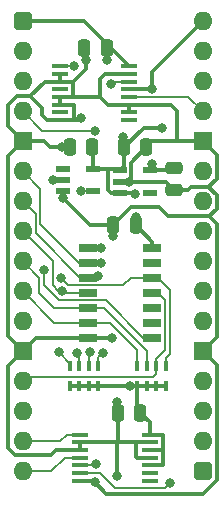
<source format=gtl>
%TF.GenerationSoftware,KiCad,Pcbnew,8.0.7*%
%TF.CreationDate,2025-01-03T18:32:58+02:00*%
%TF.ProjectId,Main Memory Enable,4d61696e-204d-4656-9d6f-727920456e61,V0*%
%TF.SameCoordinates,Original*%
%TF.FileFunction,Copper,L1,Top*%
%TF.FilePolarity,Positive*%
%FSLAX46Y46*%
G04 Gerber Fmt 4.6, Leading zero omitted, Abs format (unit mm)*
G04 Created by KiCad (PCBNEW 8.0.7) date 2025-01-03 18:32:58*
%MOMM*%
%LPD*%
G01*
G04 APERTURE LIST*
G04 Aperture macros list*
%AMRoundRect*
0 Rectangle with rounded corners*
0 $1 Rounding radius*
0 $2 $3 $4 $5 $6 $7 $8 $9 X,Y pos of 4 corners*
0 Add a 4 corners polygon primitive as box body*
4,1,4,$2,$3,$4,$5,$6,$7,$8,$9,$2,$3,0*
0 Add four circle primitives for the rounded corners*
1,1,$1+$1,$2,$3*
1,1,$1+$1,$4,$5*
1,1,$1+$1,$6,$7*
1,1,$1+$1,$8,$9*
0 Add four rect primitives between the rounded corners*
20,1,$1+$1,$2,$3,$4,$5,0*
20,1,$1+$1,$4,$5,$6,$7,0*
20,1,$1+$1,$6,$7,$8,$9,0*
20,1,$1+$1,$8,$9,$2,$3,0*%
G04 Aperture macros list end*
%TA.AperFunction,SMDPad,CuDef*%
%ADD10RoundRect,0.250000X0.250000X0.475000X-0.250000X0.475000X-0.250000X-0.475000X0.250000X-0.475000X0*%
%TD*%
%TA.AperFunction,SMDPad,CuDef*%
%ADD11R,0.450000X0.900000*%
%TD*%
%TA.AperFunction,SMDPad,CuDef*%
%ADD12R,1.150000X0.600000*%
%TD*%
%TA.AperFunction,SMDPad,CuDef*%
%ADD13RoundRect,0.250000X-0.250000X-0.475000X0.250000X-0.475000X0.250000X0.475000X-0.250000X0.475000X0*%
%TD*%
%TA.AperFunction,SMDPad,CuDef*%
%ADD14R,1.550000X0.650000*%
%TD*%
%TA.AperFunction,SMDPad,CuDef*%
%ADD15R,1.475000X0.450000*%
%TD*%
%TA.AperFunction,SMDPad,CuDef*%
%ADD16R,1.250000X0.600000*%
%TD*%
%TA.AperFunction,ComponentPad*%
%ADD17RoundRect,0.400000X-0.400000X-0.400000X0.400000X-0.400000X0.400000X0.400000X-0.400000X0.400000X0*%
%TD*%
%TA.AperFunction,ComponentPad*%
%ADD18O,1.600000X1.600000*%
%TD*%
%TA.AperFunction,ComponentPad*%
%ADD19R,1.600000X1.600000*%
%TD*%
%TA.AperFunction,SMDPad,CuDef*%
%ADD20RoundRect,0.250000X-0.475000X0.250000X-0.475000X-0.250000X0.475000X-0.250000X0.475000X0.250000X0*%
%TD*%
%TA.AperFunction,ViaPad*%
%ADD21C,0.800000*%
%TD*%
%TA.AperFunction,Conductor*%
%ADD22C,0.200000*%
%TD*%
%TA.AperFunction,Conductor*%
%ADD23C,0.380000*%
%TD*%
G04 APERTURE END LIST*
D10*
%TO.P,C1,1*%
%TO.N,5V*%
X5887000Y-10668000D03*
%TO.P,C1,2*%
%TO.N,GND*%
X3987000Y-10668000D03*
%TD*%
%TO.P,C4,1*%
%TO.N,5V*%
X7112000Y-2286000D03*
%TO.P,C4,2*%
%TO.N,GND*%
X5212000Y-2286000D03*
%TD*%
D11*
%TO.P,RN1,1,R1*%
%TO.N,~{Main}0*%
X6407000Y-29220000D03*
%TO.P,RN1,2,R2*%
%TO.N,~{Main}1*%
X5607000Y-29220000D03*
%TO.P,RN1,3,R3*%
%TO.N,~{Main}2*%
X4807000Y-29220000D03*
%TO.P,RN1,4,R4*%
%TO.N,~{Main}3*%
X4007000Y-29220000D03*
%TO.P,RN1,5,R4*%
%TO.N,3.3V*%
X4007000Y-30920000D03*
%TO.P,RN1,6,R3*%
X4807000Y-30920000D03*
%TO.P,RN1,7,R2*%
X5607000Y-30920000D03*
%TO.P,RN1,8,R1*%
X6407000Y-30920000D03*
%TD*%
%TO.P,RN2,1,R1*%
%TO.N,~{Main}6*%
X12122000Y-29220000D03*
%TO.P,RN2,2,R2*%
%TO.N,~{Main}7*%
X11322000Y-29220000D03*
%TO.P,RN2,3,R3*%
%TO.N,~{Main}4*%
X10522000Y-29220000D03*
%TO.P,RN2,4,R4*%
%TO.N,~{Main}5*%
X9722000Y-29220000D03*
%TO.P,RN2,5,R4*%
%TO.N,3.3V*%
X9722000Y-30920000D03*
%TO.P,RN2,6,R3*%
X10522000Y-30920000D03*
%TO.P,RN2,7,R2*%
X11322000Y-30920000D03*
%TO.P,RN2,8,R1*%
X12122000Y-30920000D03*
%TD*%
D12*
%TO.P,IC1,1,6VIn*%
%TO.N,5V*%
X8225000Y-12639000D03*
%TO.P,IC1,2,GND*%
%TO.N,GND*%
X8225000Y-13589000D03*
%TO.P,IC1,3,EN*%
%TO.N,5V*%
X8225000Y-14539000D03*
%TO.P,IC1,4,ADJ*%
%TO.N,unconnected-(IC1-ADJ-Pad4)*%
X10825000Y-14539000D03*
%TO.P,IC1,5,3.3VOut*%
%TO.N,3.3V*%
X10825000Y-12639000D03*
%TD*%
D13*
%TO.P,C10,1*%
%TO.N,5V*%
X8591000Y-10668000D03*
%TO.P,C10,2*%
%TO.N,GND*%
X10491000Y-10668000D03*
%TD*%
D14*
%TO.P,IC3,1,A*%
%TO.N,~{Main}0*%
X5530000Y-19177000D03*
%TO.P,IC3,2,B*%
%TO.N,~{Main}1*%
X5530000Y-20447000D03*
%TO.P,IC3,3,C*%
%TO.N,~{Main}2*%
X5530000Y-21717000D03*
%TO.P,IC3,4,D*%
%TO.N,~{Main}3*%
X5530000Y-22987000D03*
%TO.P,IC3,5,E*%
%TO.N,~{Main}4*%
X5530000Y-24257000D03*
%TO.P,IC3,6,F*%
%TO.N,~{Main}5*%
X5530000Y-25527000D03*
%TO.P,IC3,7,GND*%
%TO.N,GND*%
X5530000Y-26797000D03*
%TO.P,IC3,8,Y*%
%TO.N,/Pre-Main Memory*%
X10980000Y-26797000D03*
%TO.P,IC3,9,N.C.*%
%TO.N,unconnected-(IC3-N.C.-Pad9)*%
X10980000Y-25527000D03*
%TO.P,IC3,10,N.C.*%
%TO.N,unconnected-(IC3-N.C.-Pad10)*%
X10980000Y-24257000D03*
%TO.P,IC3,11,G*%
%TO.N,~{Main}7*%
X10980000Y-22987000D03*
%TO.P,IC3,12,H*%
%TO.N,~{Main}6*%
X10980000Y-21717000D03*
%TO.P,IC3,13,N.C.*%
%TO.N,unconnected-(IC3-N.C.-Pad13)*%
X10980000Y-20447000D03*
%TO.P,IC3,14,5V*%
%TO.N,5V*%
X10980000Y-19177000D03*
%TD*%
D15*
%TO.P,IC4,1,~{1RD}*%
%TO.N,~{Reset}*%
X4886000Y-35007000D03*
%TO.P,IC4,2,1D*%
%TO.N,GND*%
X4886000Y-35657000D03*
%TO.P,IC4,3,1CP*%
X4886000Y-36307000D03*
%TO.P,IC4,4,~{1SD}*%
%TO.N,~{Set Contention}*%
X4886000Y-36957000D03*
%TO.P,IC4,5,1Q*%
%TO.N,/Contention*%
X4886000Y-37607000D03*
%TO.P,IC4,6,~{1Q}*%
%TO.N,~{Contention}*%
X4886000Y-38257000D03*
%TO.P,IC4,7,GND*%
%TO.N,GND*%
X4886000Y-38907000D03*
%TO.P,IC4,8,~{2Q}*%
%TO.N,unconnected-(IC4-~{2Q}-Pad8)*%
X10762000Y-38907000D03*
%TO.P,IC4,9,2Q*%
%TO.N,unconnected-(IC4-2Q-Pad9)*%
X10762000Y-38257000D03*
%TO.P,IC4,10,~{2SD}*%
%TO.N,3.3V*%
X10762000Y-37607000D03*
%TO.P,IC4,11,2CP*%
%TO.N,GND*%
X10762000Y-36957000D03*
%TO.P,IC4,12,2D*%
%TO.N,3.3V*%
X10762000Y-36307000D03*
%TO.P,IC4,13,~{2RD}*%
%TO.N,GND*%
X10762000Y-35657000D03*
%TO.P,IC4,14,3V*%
%TO.N,3.3V*%
X10762000Y-35007000D03*
%TD*%
%TO.P,IC5,1,S*%
%TO.N,/Contention*%
X3158000Y-3821000D03*
%TO.P,IC5,2,1B1*%
%TO.N,GND*%
X3158000Y-4471000D03*
%TO.P,IC5,3,1B2*%
X3158000Y-5121000D03*
%TO.P,IC5,4,1A*%
%TO.N,unconnected-(IC5-1A-Pad4)*%
X3158000Y-5771000D03*
%TO.P,IC5,5,2B1*%
%TO.N,GND*%
X3158000Y-6421000D03*
%TO.P,IC5,6,2B2*%
X3158000Y-7071000D03*
%TO.P,IC5,7,2A*%
%TO.N,unconnected-(IC5-2A-Pad7)*%
X3158000Y-7721000D03*
%TO.P,IC5,8,GND*%
%TO.N,GND*%
X3158000Y-8371000D03*
%TO.P,IC5,9,3A*%
%TO.N,unconnected-(IC5-3A-Pad9)*%
X9034000Y-8371000D03*
%TO.P,IC5,10,3B2*%
%TO.N,GND*%
X9034000Y-7721000D03*
%TO.P,IC5,11,3B1*%
X9034000Y-7071000D03*
%TO.P,IC5,12,4A*%
%TO.N,~{Main Memory}*%
X9034000Y-6421000D03*
%TO.P,IC5,13,4B2*%
%TO.N,3.3V*%
X9034000Y-5771000D03*
%TO.P,IC5,14,4B1*%
%TO.N,/~{Pre-Main Memory}*%
X9034000Y-5121000D03*
%TO.P,IC5,15,~{OE}*%
%TO.N,GND*%
X9034000Y-4471000D03*
%TO.P,IC5,16,5V*%
%TO.N,5V*%
X9034000Y-3821000D03*
%TD*%
D10*
%TO.P,C3,1*%
%TO.N,3.3V*%
X9951000Y-33147000D03*
%TO.P,C3,2*%
%TO.N,GND*%
X8051000Y-33147000D03*
%TD*%
D16*
%TO.P,IC2,1,N.C.*%
%TO.N,unconnected-(IC2-N.C.-Pad1)*%
X3449000Y-12512000D03*
%TO.P,IC2,2,A*%
%TO.N,/Pre-Main Memory*%
X3449000Y-13462000D03*
%TO.P,IC2,3,GND*%
%TO.N,GND*%
X3449000Y-14412000D03*
%TO.P,IC2,4,Y*%
%TO.N,/~{Pre-Main Memory}*%
X5949000Y-14412000D03*
%TO.P,IC2,5,3V*%
%TO.N,5V*%
X5949000Y-12512000D03*
%TD*%
D17*
%TO.P,J2,1,Pin_1*%
%TO.N,5V*%
X0Y0D03*
D18*
%TO.P,J2,2,Pin_2*%
%TO.N,unconnected-(J2-Pin_2-Pad2)*%
X0Y-2540000D03*
%TO.P,J2,3,Pin_3*%
%TO.N,unconnected-(J2-Pin_3-Pad3)*%
X0Y-5080000D03*
%TO.P,J2,4,Pin_4*%
%TO.N,~{Main}0*%
X0Y-7620000D03*
D19*
%TO.P,J2,5,Pin_5*%
%TO.N,GND*%
X0Y-10160000D03*
D18*
%TO.P,J2,6,Pin_6*%
%TO.N,~{Main}1*%
X0Y-12700000D03*
%TO.P,J2,7,Pin_7*%
%TO.N,~{Main}2*%
X0Y-15240000D03*
%TO.P,J2,8,Pin_8*%
%TO.N,~{Main}3*%
X0Y-17780000D03*
%TO.P,J2,9,Pin_9*%
%TO.N,~{Main}4*%
X0Y-20320000D03*
%TO.P,J2,10,Pin_10*%
%TO.N,~{Main}5*%
X0Y-22860000D03*
%TO.P,J2,11,Pin_11*%
%TO.N,~{Main}6*%
X0Y-25400000D03*
D19*
%TO.P,J2,12,Pin_12*%
%TO.N,GND*%
X0Y-27940000D03*
D18*
%TO.P,J2,13,Pin_13*%
%TO.N,~{Main}7*%
X0Y-30480000D03*
%TO.P,J2,14,Pin_14*%
%TO.N,unconnected-(J2-Pin_14-Pad14)*%
X0Y-33020000D03*
%TO.P,J2,15,Pin_15*%
%TO.N,~{Reset}*%
X0Y-35560000D03*
%TO.P,J2,16,Pin_16*%
%TO.N,~{Set Contention}*%
X0Y-38100000D03*
D17*
%TO.P,J2,17,Pin_17*%
%TO.N,5V*%
X15240000Y-38100000D03*
D18*
%TO.P,J2,18,Pin_18*%
%TO.N,unconnected-(J2-Pin_18-Pad18)*%
X15240000Y-35560000D03*
%TO.P,J2,19,Pin_19*%
%TO.N,~{Contention}*%
X15240000Y-33020000D03*
%TO.P,J2,20,Pin_20*%
%TO.N,unconnected-(J2-Pin_20-Pad20)*%
X15240000Y-30480000D03*
D19*
%TO.P,J2,21,Pin_21*%
%TO.N,GND*%
X15240000Y-27940000D03*
D18*
%TO.P,J2,22,Pin_22*%
%TO.N,unconnected-(J2-Pin_22-Pad22)*%
X15240000Y-25400000D03*
%TO.P,J2,23,Pin_23*%
%TO.N,unconnected-(J2-Pin_23-Pad23)*%
X15240000Y-22860000D03*
%TO.P,J2,24,Pin_24*%
%TO.N,unconnected-(J2-Pin_24-Pad24)*%
X15240000Y-20320000D03*
%TO.P,J2,25,Pin_25*%
%TO.N,unconnected-(J2-Pin_25-Pad25)*%
X15240000Y-17780000D03*
%TO.P,J2,26,Pin_26*%
%TO.N,unconnected-(J2-Pin_26-Pad26)*%
X15240000Y-15240000D03*
%TO.P,J2,27,Pin_27*%
%TO.N,unconnected-(J2-Pin_27-Pad27)*%
X15240000Y-12700000D03*
D19*
%TO.P,J2,28,Pin_28*%
%TO.N,GND*%
X15240000Y-10160000D03*
D18*
%TO.P,J2,29,Pin_29*%
%TO.N,~{Main Memory}*%
X15240000Y-7620000D03*
%TO.P,J2,30,Pin_30*%
%TO.N,unconnected-(J2-Pin_30-Pad30)*%
X15240000Y-5080000D03*
%TO.P,J2,31,Pin_31*%
%TO.N,unconnected-(J2-Pin_31-Pad31)*%
X15240000Y-2540000D03*
%TO.P,J2,32,Pin_32*%
%TO.N,3.3V*%
X15240000Y0D03*
%TD*%
D10*
%TO.P,C6,1*%
%TO.N,5V*%
X9570000Y-17272000D03*
%TO.P,C6,2*%
%TO.N,GND*%
X7670000Y-17272000D03*
%TD*%
D20*
%TO.P,C11,1*%
%TO.N,3.3V*%
X12827000Y-12401000D03*
%TO.P,C11,2*%
%TO.N,GND*%
X12827000Y-14301000D03*
%TD*%
D21*
%TO.N,/~{Pre-Main Memory}*%
X7454207Y-5311000D03*
X4953000Y-14351000D03*
%TO.N,/Pre-Main Memory*%
X1790000Y-21082000D03*
X2540003Y-13461997D03*
%TO.N,~{Main}2*%
X6349996Y-21590000D03*
X4572000Y-28067002D03*
%TO.N,~{Main}1*%
X5738972Y-28021223D03*
X6604001Y-20446999D03*
%TO.N,~{Main}0*%
X6604006Y-19177000D03*
X6096000Y-9271000D03*
X6787507Y-28076711D03*
%TO.N,3.3V*%
X9076004Y-30920004D03*
X10922000Y-5715000D03*
X10922000Y-12065000D03*
%TO.N,GND*%
X5334000Y-3302000D03*
X8001000Y-32258000D03*
X3301992Y-10668000D03*
X6096000Y-39007000D03*
X7670000Y-18161000D03*
X8001000Y-38481000D03*
X3429000Y-14986000D03*
X4961382Y-8201956D03*
X7608000Y-26797000D03*
X9017000Y-13589000D03*
%TO.N,5V*%
X9570000Y-16588000D03*
X7112000Y-3302000D03*
X11810996Y-9017002D03*
X8509000Y-9779000D03*
X9525000Y-14605000D03*
%TO.N,~{Contention}*%
X12446000Y-39116000D03*
%TO.N,~{Main}3*%
X3318370Y-22824975D03*
X3049499Y-28047079D03*
%TO.N,~{Main}6*%
X3293731Y-21785205D03*
%TO.N,/Contention*%
X6223000Y-37465000D03*
X4318000Y-3810000D03*
%TD*%
D22*
%TO.N,/~{Pre-Main Memory}*%
X5949000Y-14412000D02*
X5014000Y-14412000D01*
X9034000Y-5121000D02*
X7644207Y-5121000D01*
X5014000Y-14412000D02*
X4953000Y-14351000D01*
X7644207Y-5121000D02*
X7454207Y-5311000D01*
%TO.N,/Pre-Main Memory*%
X10980000Y-26797000D02*
X10218000Y-26797000D01*
X3449000Y-13462000D02*
X2540006Y-13462000D01*
X10218000Y-26797000D02*
X7053000Y-23632000D01*
X3064734Y-23632000D02*
X1790000Y-22357266D01*
X1790000Y-22357266D02*
X1790000Y-21082000D01*
X2540006Y-13462000D02*
X2540003Y-13461997D01*
X7053000Y-23632000D02*
X3064734Y-23632000D01*
%TO.N,~{Main}2*%
X0Y-15240000D02*
X1100000Y-16340000D01*
X4807000Y-28302002D02*
X4572000Y-28067002D01*
X1100000Y-16340000D02*
X1100000Y-17946339D01*
X1100000Y-17946339D02*
X4870661Y-21717000D01*
X4807000Y-29220000D02*
X4807000Y-28302002D01*
%TO.N,~{Main}1*%
X6477000Y-20447000D02*
X6477001Y-20446999D01*
X0Y-12700000D02*
X1500000Y-14200000D01*
X6477001Y-20446999D02*
X6604001Y-20446999D01*
X5530000Y-20447000D02*
X6477000Y-20447000D01*
X4768000Y-20447000D02*
X5530000Y-20447000D01*
X5607000Y-29220000D02*
X5607000Y-28153195D01*
X1500000Y-14200000D02*
X1500000Y-17179000D01*
X5607000Y-28153195D02*
X5738972Y-28021223D01*
X1500000Y-17179000D02*
X4768000Y-20447000D01*
%TO.N,~{Main}7*%
X11322000Y-28570000D02*
X11322000Y-29220000D01*
X11430000Y-22987000D02*
X12055000Y-23612000D01*
X12055000Y-23612000D02*
X12055000Y-27837000D01*
X369001Y-30110999D02*
X11081001Y-30110999D01*
X11322000Y-29870000D02*
X11322000Y-29220000D01*
X12055000Y-27837000D02*
X11322000Y-28570000D01*
X11081001Y-30110999D02*
X11322000Y-29870000D01*
%TO.N,~{Main}0*%
X6407000Y-29220000D02*
X6407000Y-28457218D01*
X1651000Y-9271000D02*
X0Y-7620000D01*
X6407000Y-28457218D02*
X6787507Y-28076711D01*
X5530000Y-19177000D02*
X6604006Y-19177000D01*
X6096000Y-9271000D02*
X1651000Y-9271000D01*
%TO.N,~{Main}4*%
X5530000Y-24257000D02*
X6858000Y-24257000D01*
X6858000Y-24257000D02*
X10522000Y-27921000D01*
X2667000Y-24257000D02*
X5530000Y-24257000D01*
X0Y-20320000D02*
X1390000Y-21710000D01*
X1390000Y-21710000D02*
X1390000Y-22980000D01*
X1390000Y-22980000D02*
X2667000Y-24257000D01*
X10522000Y-27921000D02*
X10522000Y-29220000D01*
D23*
%TO.N,3.3V*%
X4007000Y-30920000D02*
X4807000Y-30920000D01*
X11889500Y-35017000D02*
X11889500Y-36297000D01*
X10922000Y-5715000D02*
X10866000Y-5771000D01*
X10762000Y-33958000D02*
X9951000Y-33147000D01*
X11879500Y-37607000D02*
X11889500Y-37597000D01*
X11889500Y-36297000D02*
X11879500Y-36307000D01*
X10762000Y-35007000D02*
X10762000Y-33958000D01*
X4807000Y-30920000D02*
X5607000Y-30920000D01*
X6407000Y-30920000D02*
X9076000Y-30920000D01*
X10825000Y-12162000D02*
X10922000Y-12065000D01*
X11889500Y-37597000D02*
X11889500Y-36317000D01*
X10922000Y-4318000D02*
X15240000Y0D01*
X9076000Y-30920000D02*
X9076004Y-30920004D01*
X10762000Y-35007000D02*
X11879500Y-35007000D01*
X9076008Y-30920000D02*
X9076004Y-30920004D01*
X10522000Y-30920000D02*
X11322000Y-30920000D01*
X10866000Y-5771000D02*
X9034000Y-5771000D01*
X11889500Y-36317000D02*
X11879500Y-36307000D01*
X11879500Y-36307000D02*
X10762000Y-36307000D01*
X9722000Y-30920000D02*
X10522000Y-30920000D01*
X12122000Y-30920000D02*
X11322000Y-30920000D01*
X9722000Y-30920000D02*
X9722000Y-32918000D01*
X9722000Y-30920000D02*
X9076008Y-30920000D01*
X5607000Y-30920000D02*
X6407000Y-30920000D01*
X10825000Y-12639000D02*
X12684000Y-12639000D01*
X10762000Y-37607000D02*
X11879500Y-37607000D01*
X10825000Y-12639000D02*
X10825000Y-12162000D01*
X10922000Y-5715000D02*
X10922000Y-4318000D01*
X11879500Y-35007000D02*
X11889500Y-35017000D01*
%TO.N,GND*%
X7670000Y-17272000D02*
X7670000Y-18161000D01*
X8051000Y-35510000D02*
X7904000Y-35657000D01*
X16430000Y-17145000D02*
X15795000Y-16510000D01*
X14224000Y-14050000D02*
X15715000Y-14050000D01*
X6538000Y-6411000D02*
X6538000Y-4892000D01*
X5530000Y-26797000D02*
X7608000Y-26797000D01*
X4886000Y-38907000D02*
X5996000Y-38907000D01*
X9034000Y-7071000D02*
X12532000Y-7071000D01*
X651500Y-6350000D02*
X1651000Y-7349500D01*
X8001000Y-35560000D02*
X8001000Y-38481000D01*
X10491000Y-10668000D02*
X9190000Y-11969000D01*
X9190000Y-13416000D02*
X9017000Y-13589000D01*
X2366000Y-36750000D02*
X2809000Y-36307000D01*
X0Y-10160000D02*
X-1270000Y-8890000D01*
X5530000Y-26797000D02*
X1143000Y-26797000D01*
X-1270000Y-26670000D02*
X0Y-27940000D01*
X-1270000Y-8890000D02*
X-1270000Y-7112000D01*
X9634500Y-35667000D02*
X9634500Y-36922000D01*
X5334000Y-3302000D02*
X5334000Y-4082500D01*
X3158000Y-6421000D02*
X4275500Y-6421000D01*
X9644500Y-35657000D02*
X9634500Y-35667000D01*
X11557000Y-15748000D02*
X12319000Y-16510000D01*
X13081000Y-10160000D02*
X15240000Y-10160000D01*
X-1270000Y-7112000D02*
X-508000Y-6350000D01*
X5715000Y-17272000D02*
X7670000Y-17272000D01*
X4781338Y-8382000D02*
X4961382Y-8201956D01*
X10762000Y-35657000D02*
X8198000Y-35657000D01*
X-508000Y-6350000D02*
X651500Y-6350000D01*
X15715000Y-14050000D02*
X16430000Y-13335000D01*
X12827000Y-14301000D02*
X13973000Y-14301000D01*
X0Y-10160000D02*
X1778000Y-10160000D01*
X2809000Y-36307000D02*
X4886000Y-36307000D01*
X-635000Y-36750000D02*
X2366000Y-36750000D01*
X4886000Y-35657000D02*
X4886000Y-36307000D01*
X16430000Y-26750000D02*
X16430000Y-17145000D01*
X-1270000Y-36115000D02*
X-635000Y-36750000D01*
X9190000Y-11969000D02*
X9190000Y-13416000D01*
X6538000Y-4892000D02*
X6959000Y-4471000D01*
X8051000Y-33147000D02*
X8051000Y-32308000D01*
X16430000Y-38851181D02*
X15276181Y-40005000D01*
X3449000Y-14966000D02*
X3429000Y-14986000D01*
X3158000Y-7071000D02*
X3158000Y-6421000D01*
X1880500Y-5121000D02*
X651500Y-6350000D01*
X2065500Y-8371000D02*
X3158000Y-8371000D01*
X1778000Y-10160000D02*
X2286000Y-10668000D01*
X-1270000Y-29210000D02*
X-1270000Y-36115000D01*
X5334000Y-4082500D02*
X4285500Y-5131000D01*
X0Y-27940000D02*
X-1270000Y-29210000D01*
X8051000Y-32308000D02*
X8001000Y-32258000D01*
X7094000Y-40005000D02*
X6096000Y-39007000D01*
X-1270000Y-11430000D02*
X-1270000Y-26670000D01*
X1143000Y-26797000D02*
X0Y-27940000D01*
X2286000Y-10668000D02*
X3301992Y-10668000D01*
X8225000Y-13589000D02*
X9017000Y-13589000D01*
X13973000Y-14301000D02*
X14224000Y-14050000D01*
X12827000Y-14301000D02*
X12115000Y-13589000D01*
X4275500Y-6421000D02*
X4285500Y-6411000D01*
X15240000Y-27940000D02*
X16430000Y-29130000D01*
X3158000Y-7071000D02*
X4275500Y-7071000D01*
X7198000Y-7071000D02*
X6604000Y-6477000D01*
X8051000Y-33147000D02*
X8051000Y-35510000D01*
X4318000Y-8382000D02*
X3169000Y-8382000D01*
X1651000Y-7349500D02*
X1651000Y-7956500D01*
X15732915Y-14050000D02*
X15715000Y-14050000D01*
X12115000Y-13589000D02*
X9017000Y-13589000D01*
X5212000Y-2286000D02*
X5212000Y-3180000D01*
X4275500Y-5121000D02*
X3158000Y-5121000D01*
X4318000Y-7113500D02*
X4318000Y-8382000D01*
X1651000Y-7956500D02*
X2065500Y-8371000D01*
X13081000Y-7620000D02*
X13081000Y-10160000D01*
X10999000Y-10160000D02*
X13081000Y-10160000D01*
X8198000Y-35657000D02*
X8051000Y-35510000D01*
X7670000Y-17272000D02*
X9194000Y-15748000D01*
X16430000Y-14747085D02*
X16430000Y-15875000D01*
X16430000Y-11350000D02*
X16430000Y-13335000D01*
X5212000Y-3180000D02*
X5334000Y-3302000D01*
X3987000Y-10668000D02*
X3302000Y-10668000D01*
X9034000Y-7071000D02*
X9034000Y-7721000D01*
X4285500Y-6411000D02*
X6538000Y-6411000D01*
X10762000Y-35657000D02*
X9644500Y-35657000D01*
X4285500Y-5131000D02*
X4275500Y-5121000D01*
X4275500Y-7071000D02*
X4318000Y-7113500D01*
X9669500Y-36957000D02*
X10762000Y-36957000D01*
X12319000Y-16510000D02*
X15795000Y-16510000D01*
X15276181Y-40005000D02*
X7094000Y-40005000D01*
X16430000Y-14747085D02*
X15732915Y-14050000D01*
X3158000Y-5121000D02*
X1880500Y-5121000D01*
X15795000Y-16510000D02*
X16430000Y-15875000D01*
X16430000Y-26750000D02*
X15240000Y-27940000D01*
X0Y-10160000D02*
X-1270000Y-11430000D01*
X4318000Y-8382000D02*
X4781338Y-8382000D01*
X3429000Y-14986000D02*
X5715000Y-17272000D01*
X15240000Y-10160000D02*
X16430000Y-11350000D01*
X3158000Y-5121000D02*
X3158000Y-4471000D01*
X6538000Y-6411000D02*
X6604000Y-6477000D01*
X6959000Y-4471000D02*
X9034000Y-4471000D01*
X10491000Y-10668000D02*
X10999000Y-10160000D01*
X3449000Y-14412000D02*
X3449000Y-14966000D01*
X4285500Y-6411000D02*
X4285500Y-5131000D01*
X5996000Y-38907000D02*
X6096000Y-39007000D01*
X16430000Y-29130000D02*
X16430000Y-38851181D01*
X9194000Y-15748000D02*
X11557000Y-15748000D01*
X8051000Y-35510000D02*
X8001000Y-35560000D01*
X12532000Y-7071000D02*
X13081000Y-7620000D01*
X9634500Y-36922000D02*
X9669500Y-36957000D01*
X9034000Y-7071000D02*
X7198000Y-7071000D01*
X3302000Y-10668000D02*
X3301992Y-10668000D01*
X7904000Y-35657000D02*
X4886000Y-35657000D01*
%TO.N,5V*%
X8591000Y-10668000D02*
X10241998Y-9017002D01*
X5949000Y-12512000D02*
X5949000Y-10730000D01*
X5949000Y-12512000D02*
X7239000Y-12512000D01*
X8225000Y-14539000D02*
X7520000Y-14539000D01*
X5213000Y0D02*
X7623000Y-2410000D01*
X8098000Y-12512000D02*
X8225000Y-12639000D01*
X9570000Y-17272000D02*
X9570000Y-16588000D01*
X8591000Y-12273000D02*
X8225000Y-12639000D01*
X7239000Y-14258000D02*
X7239000Y-12512000D01*
X9570000Y-17272000D02*
X10980000Y-18682000D01*
X7623000Y-2410000D02*
X9034000Y-3821000D01*
X7112000Y-2286000D02*
X7112000Y-3302000D01*
X10241998Y-9017002D02*
X11810996Y-9017002D01*
X8509000Y-9779000D02*
X8509000Y-10586000D01*
X7112000Y-2286000D02*
X7499000Y-2286000D01*
X7499000Y-2286000D02*
X7623000Y-2410000D01*
X8225000Y-14539000D02*
X9459000Y-14539000D01*
X10980000Y-18682000D02*
X10980000Y-19177000D01*
X7239000Y-12512000D02*
X8098000Y-12512000D01*
X8591000Y-10668000D02*
X8591000Y-12273000D01*
X7520000Y-14539000D02*
X7239000Y-14258000D01*
X0Y0D02*
X5213000Y0D01*
X9459000Y-14539000D02*
X9525000Y-14605000D01*
D22*
%TO.N,~{Reset}*%
X3175000Y-35560000D02*
X0Y-35560000D01*
X4886000Y-35007000D02*
X3728000Y-35007000D01*
X3728000Y-35007000D02*
X3175000Y-35560000D01*
%TO.N,~{Contention}*%
X7791661Y-39497000D02*
X12065000Y-39497000D01*
X6551661Y-38257000D02*
X7791661Y-39497000D01*
X12065000Y-39497000D02*
X12446000Y-39116000D01*
X4886000Y-38257000D02*
X6551661Y-38257000D01*
%TO.N,~{Main}3*%
X3480395Y-22987000D02*
X3318370Y-22824975D01*
X0Y-17780000D02*
X2540000Y-20320000D01*
X5530000Y-22987000D02*
X3480395Y-22987000D01*
X2540000Y-22352000D02*
X3012975Y-22824975D01*
X4007000Y-29004580D02*
X3049499Y-28047079D01*
X3012975Y-22824975D02*
X3318370Y-22824975D01*
X2540000Y-20320000D02*
X2540000Y-22352000D01*
%TO.N,~{Main}6*%
X10980000Y-21717000D02*
X9144000Y-21717000D01*
X12455000Y-22742000D02*
X11430000Y-21717000D01*
X9144000Y-21717000D02*
X8519000Y-22342000D01*
X12122000Y-28518000D02*
X12455000Y-28185000D01*
X3850526Y-22342000D02*
X3293731Y-21785205D01*
X12455000Y-28185000D02*
X12455000Y-22742000D01*
X12122000Y-29220000D02*
X12122000Y-28518000D01*
X8519000Y-22342000D02*
X3850526Y-22342000D01*
%TO.N,~{Main}5*%
X5530000Y-25527000D02*
X2667000Y-25527000D01*
X7398661Y-25527000D02*
X9722000Y-27850339D01*
X9722000Y-27850339D02*
X9722000Y-29220000D01*
X5530000Y-25527000D02*
X7398661Y-25527000D01*
X2667000Y-25527000D02*
X0Y-22860000D01*
%TO.N,~{Set Contention}*%
X3556000Y-36957000D02*
X2413000Y-38100000D01*
X4886000Y-36957000D02*
X3556000Y-36957000D01*
X2413000Y-38100000D02*
X0Y-38100000D01*
%TO.N,/Contention*%
X4886000Y-37607000D02*
X6081000Y-37607000D01*
X6081000Y-37607000D02*
X6223000Y-37465000D01*
X4318000Y-3810000D02*
X3169000Y-3810000D01*
%TO.N,~{Main Memory}*%
X9034000Y-6421000D02*
X14041000Y-6421000D01*
X14041000Y-6421000D02*
X15240000Y-7620000D01*
%TD*%
M02*

</source>
